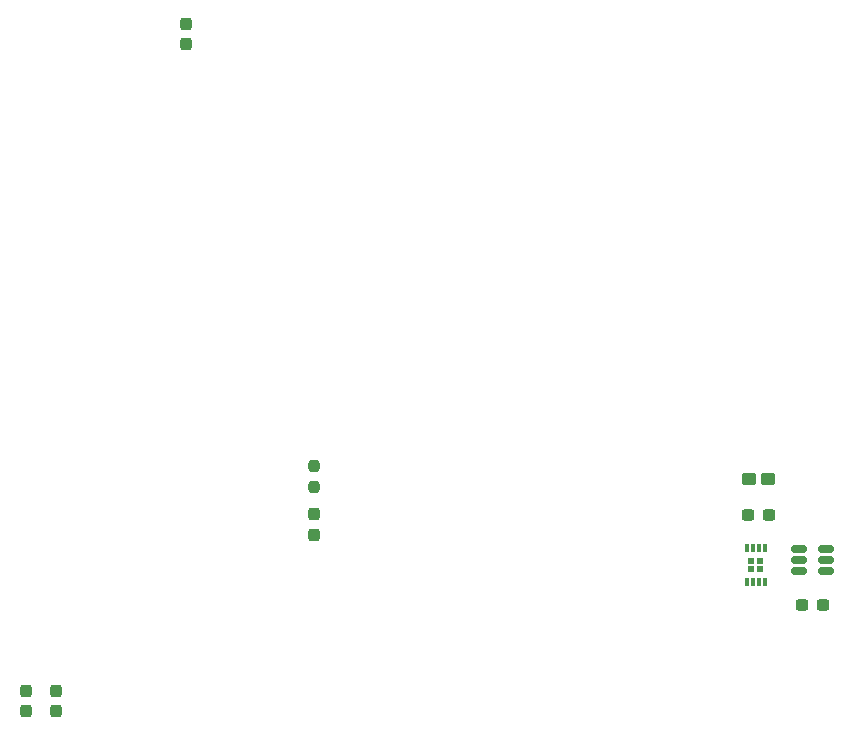
<source format=gbr>
%TF.GenerationSoftware,KiCad,Pcbnew,7.0.10*%
%TF.CreationDate,2024-02-14T22:25:51-08:00*%
%TF.ProjectId,pcb_lab,7063625f-6c61-4622-9e6b-696361645f70,rev?*%
%TF.SameCoordinates,Original*%
%TF.FileFunction,Paste,Top*%
%TF.FilePolarity,Positive*%
%FSLAX46Y46*%
G04 Gerber Fmt 4.6, Leading zero omitted, Abs format (unit mm)*
G04 Created by KiCad (PCBNEW 7.0.10) date 2024-02-14 22:25:51*
%MOMM*%
%LPD*%
G01*
G04 APERTURE LIST*
G04 Aperture macros list*
%AMRoundRect*
0 Rectangle with rounded corners*
0 $1 Rounding radius*
0 $2 $3 $4 $5 $6 $7 $8 $9 X,Y pos of 4 corners*
0 Add a 4 corners polygon primitive as box body*
4,1,4,$2,$3,$4,$5,$6,$7,$8,$9,$2,$3,0*
0 Add four circle primitives for the rounded corners*
1,1,$1+$1,$2,$3*
1,1,$1+$1,$4,$5*
1,1,$1+$1,$6,$7*
1,1,$1+$1,$8,$9*
0 Add four rect primitives between the rounded corners*
20,1,$1+$1,$2,$3,$4,$5,0*
20,1,$1+$1,$4,$5,$6,$7,0*
20,1,$1+$1,$6,$7,$8,$9,0*
20,1,$1+$1,$8,$9,$2,$3,0*%
G04 Aperture macros list end*
%ADD10RoundRect,0.237500X0.237500X-0.300000X0.237500X0.300000X-0.237500X0.300000X-0.237500X-0.300000X0*%
%ADD11RoundRect,0.237500X-0.237500X0.250000X-0.237500X-0.250000X0.237500X-0.250000X0.237500X0.250000X0*%
%ADD12RoundRect,0.237500X-0.237500X0.300000X-0.237500X-0.300000X0.237500X-0.300000X0.237500X0.300000X0*%
%ADD13RoundRect,0.250000X0.375000X0.275000X-0.375000X0.275000X-0.375000X-0.275000X0.375000X-0.275000X0*%
%ADD14RoundRect,0.237500X0.300000X0.237500X-0.300000X0.237500X-0.300000X-0.237500X0.300000X-0.237500X0*%
%ADD15R,0.600000X0.500000*%
%ADD16R,0.300000X0.750000*%
%ADD17RoundRect,0.150000X-0.512500X-0.150000X0.512500X-0.150000X0.512500X0.150000X-0.512500X0.150000X0*%
%ADD18RoundRect,0.237500X-0.300000X-0.237500X0.300000X-0.237500X0.300000X0.237500X-0.300000X0.237500X0*%
%ADD19RoundRect,0.237500X0.237500X-0.287500X0.237500X0.287500X-0.237500X0.287500X-0.237500X-0.287500X0*%
G04 APERTURE END LIST*
D10*
%TO.C,C2*%
X81432400Y-108284500D03*
X81432400Y-106559500D03*
%TD*%
D11*
%TO.C,R1*%
X105791000Y-87503000D03*
X105791000Y-89328000D03*
%TD*%
D12*
%TO.C,C3*%
X94996000Y-50094500D03*
X94996000Y-51819500D03*
%TD*%
D13*
%TO.C,C5*%
X144247700Y-88650700D03*
X142647700Y-88650700D03*
%TD*%
D14*
%TO.C,C6*%
X144330200Y-91698700D03*
X142605200Y-91698700D03*
%TD*%
D15*
%TO.C,U3*%
X143588700Y-95564700D03*
X142838700Y-95564700D03*
X143588700Y-96214700D03*
X142838700Y-96214700D03*
D16*
X143963700Y-94439700D03*
X143463700Y-94439700D03*
X142963700Y-94439700D03*
X142463700Y-94439700D03*
X142463700Y-97339700D03*
X142963700Y-97339700D03*
X143463700Y-97339700D03*
X143963700Y-97339700D03*
%TD*%
D17*
%TO.C,U4*%
X146902200Y-94558700D03*
X146902200Y-95508700D03*
X146902200Y-96458700D03*
X149177200Y-96458700D03*
X149177200Y-95508700D03*
X149177200Y-94558700D03*
%TD*%
D18*
%TO.C,C7*%
X147177200Y-99318700D03*
X148902200Y-99318700D03*
%TD*%
D10*
%TO.C,C1*%
X83972400Y-108284500D03*
X83972400Y-106559500D03*
%TD*%
D19*
%TO.C,D2*%
X105791000Y-93331000D03*
X105791000Y-91581000D03*
%TD*%
M02*

</source>
